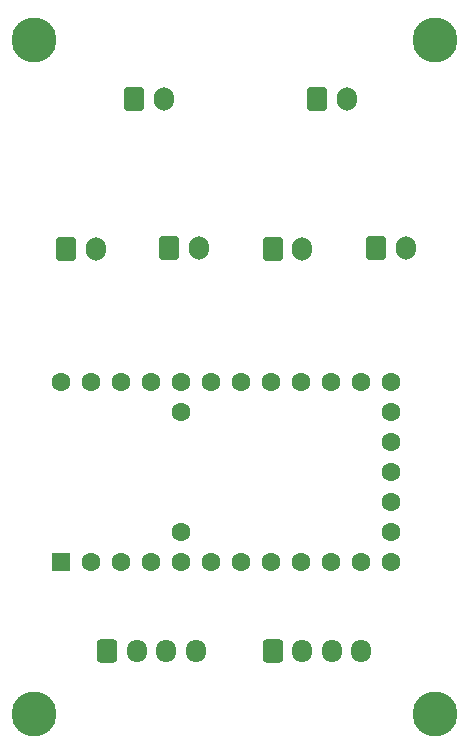
<source format=gbr>
%TF.GenerationSoftware,KiCad,Pcbnew,8.0.4*%
%TF.CreationDate,2024-08-04T23:06:54+09:00*%
%TF.ProjectId,sdvx,73647678-2e6b-4696-9361-645f70636258,rev?*%
%TF.SameCoordinates,Original*%
%TF.FileFunction,Soldermask,Bot*%
%TF.FilePolarity,Negative*%
%FSLAX46Y46*%
G04 Gerber Fmt 4.6, Leading zero omitted, Abs format (unit mm)*
G04 Created by KiCad (PCBNEW 8.0.4) date 2024-08-04 23:06:54*
%MOMM*%
%LPD*%
G01*
G04 APERTURE LIST*
G04 Aperture macros list*
%AMRoundRect*
0 Rectangle with rounded corners*
0 $1 Rounding radius*
0 $2 $3 $4 $5 $6 $7 $8 $9 X,Y pos of 4 corners*
0 Add a 4 corners polygon primitive as box body*
4,1,4,$2,$3,$4,$5,$6,$7,$8,$9,$2,$3,0*
0 Add four circle primitives for the rounded corners*
1,1,$1+$1,$2,$3*
1,1,$1+$1,$4,$5*
1,1,$1+$1,$6,$7*
1,1,$1+$1,$8,$9*
0 Add four rect primitives between the rounded corners*
20,1,$1+$1,$2,$3,$4,$5,0*
20,1,$1+$1,$4,$5,$6,$7,0*
20,1,$1+$1,$6,$7,$8,$9,0*
20,1,$1+$1,$8,$9,$2,$3,0*%
G04 Aperture macros list end*
%ADD10RoundRect,0.250000X-0.600000X-0.750000X0.600000X-0.750000X0.600000X0.750000X-0.600000X0.750000X0*%
%ADD11O,1.700000X2.000000*%
%ADD12C,3.800000*%
%ADD13RoundRect,0.250000X-0.600000X-0.725000X0.600000X-0.725000X0.600000X0.725000X-0.600000X0.725000X0*%
%ADD14O,1.700000X1.950000*%
%ADD15R,1.600000X1.600000*%
%ADD16C,1.600000*%
G04 APERTURE END LIST*
D10*
%TO.C,FX-R1*%
X151000000Y-68000000D03*
D11*
X153500000Y-68000000D03*
%TD*%
D12*
%TO.C,REF\u002A\u002A*%
X127000000Y-120000000D03*
%TD*%
D10*
%TO.C,FX-L1*%
X135500000Y-68000000D03*
D11*
X138000000Y-68000000D03*
%TD*%
D12*
%TO.C,REF\u002A\u002A*%
X127000000Y-63000000D03*
%TD*%
D13*
%TO.C,VOL-R1*%
X147250000Y-114725000D03*
D14*
X149750000Y-114725000D03*
X152250000Y-114725000D03*
X154750000Y-114725000D03*
%TD*%
D10*
%TO.C,BT-C1*%
X147250000Y-80645000D03*
D11*
X149750000Y-80645000D03*
%TD*%
D12*
%TO.C,REF\u002A\u002A*%
X161000000Y-120000000D03*
%TD*%
D10*
%TO.C,BT-A1*%
X129750000Y-80645000D03*
D11*
X132250000Y-80645000D03*
%TD*%
D10*
%TO.C,BT-B1*%
X138500000Y-80620000D03*
D11*
X141000000Y-80620000D03*
%TD*%
D10*
%TO.C,BT-D1*%
X156000000Y-80620000D03*
D11*
X158500000Y-80620000D03*
%TD*%
D13*
%TO.C,VOL-L1*%
X133250000Y-114700000D03*
D14*
X135750000Y-114700000D03*
X138250000Y-114700000D03*
X140750000Y-114700000D03*
%TD*%
D15*
%TO.C,U1*%
X129280000Y-107145000D03*
D16*
X131820000Y-107145000D03*
X134360000Y-107145000D03*
X136900000Y-107145000D03*
X139440000Y-107145000D03*
X141980000Y-107145000D03*
X144520000Y-107145000D03*
X147060000Y-107145000D03*
X149600000Y-107145000D03*
X152140000Y-107145000D03*
X154680000Y-107145000D03*
X157220000Y-107145000D03*
X157220000Y-104605000D03*
X157220000Y-102065000D03*
X157220000Y-99525000D03*
X157220000Y-96985000D03*
X157220000Y-94445000D03*
X157220000Y-91905000D03*
X154680000Y-91905000D03*
X152140000Y-91905000D03*
X149600000Y-91905000D03*
X147060000Y-91905000D03*
X144520000Y-91905000D03*
X141980000Y-91905000D03*
X139440000Y-91905000D03*
X136900000Y-91905000D03*
X134360000Y-91905000D03*
X131820000Y-91905000D03*
X129280000Y-91905000D03*
X139440000Y-104605000D03*
X139440000Y-94445000D03*
%TD*%
D12*
%TO.C,REF\u002A\u002A*%
X161000000Y-63000000D03*
%TD*%
M02*

</source>
